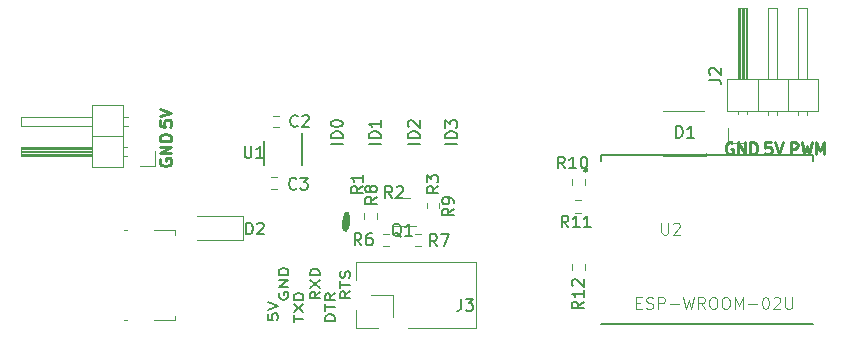
<source format=gbr>
G04 #@! TF.GenerationSoftware,KiCad,Pcbnew,5.0.2-bee76a0~70~ubuntu18.04.1*
G04 #@! TF.CreationDate,2019-02-02T17:17:24+01:00*
G04 #@! TF.ProjectId,roboy_sno,726f626f-795f-4736-9e6f-2e6b69636164,rev?*
G04 #@! TF.SameCoordinates,Original*
G04 #@! TF.FileFunction,Legend,Top*
G04 #@! TF.FilePolarity,Positive*
%FSLAX46Y46*%
G04 Gerber Fmt 4.6, Leading zero omitted, Abs format (unit mm)*
G04 Created by KiCad (PCBNEW 5.0.2-bee76a0~70~ubuntu18.04.1) date Sa 02 Feb 2019 17:17:24 CET*
%MOMM*%
%LPD*%
G01*
G04 APERTURE LIST*
%ADD10C,0.200000*%
%ADD11C,0.250000*%
%ADD12C,0.120000*%
%ADD13C,0.150000*%
%ADD14C,0.127000*%
%ADD15C,0.400000*%
%ADD16C,0.010000*%
%ADD17C,0.050000*%
G04 APERTURE END LIST*
D10*
X99251904Y-136857619D02*
X98870952Y-137190952D01*
X99251904Y-137429047D02*
X98451904Y-137429047D01*
X98451904Y-137048095D01*
X98490000Y-136952857D01*
X98528095Y-136905238D01*
X98604285Y-136857619D01*
X98718571Y-136857619D01*
X98794761Y-136905238D01*
X98832857Y-136952857D01*
X98870952Y-137048095D01*
X98870952Y-137429047D01*
X98451904Y-136571904D02*
X98451904Y-136000476D01*
X99251904Y-136286190D02*
X98451904Y-136286190D01*
X99213809Y-135714761D02*
X99251904Y-135571904D01*
X99251904Y-135333809D01*
X99213809Y-135238571D01*
X99175714Y-135190952D01*
X99099523Y-135143333D01*
X99023333Y-135143333D01*
X98947142Y-135190952D01*
X98909047Y-135238571D01*
X98870952Y-135333809D01*
X98832857Y-135524285D01*
X98794761Y-135619523D01*
X98756666Y-135667142D01*
X98680476Y-135714761D01*
X98604285Y-135714761D01*
X98528095Y-135667142D01*
X98490000Y-135619523D01*
X98451904Y-135524285D01*
X98451904Y-135286190D01*
X98490000Y-135143333D01*
X97971904Y-139372857D02*
X97171904Y-139372857D01*
X97171904Y-139134761D01*
X97210000Y-138991904D01*
X97286190Y-138896666D01*
X97362380Y-138849047D01*
X97514761Y-138801428D01*
X97629047Y-138801428D01*
X97781428Y-138849047D01*
X97857619Y-138896666D01*
X97933809Y-138991904D01*
X97971904Y-139134761D01*
X97971904Y-139372857D01*
X97171904Y-138515714D02*
X97171904Y-137944285D01*
X97971904Y-138230000D02*
X97171904Y-138230000D01*
X97971904Y-137039523D02*
X97590952Y-137372857D01*
X97971904Y-137610952D02*
X97171904Y-137610952D01*
X97171904Y-137230000D01*
X97210000Y-137134761D01*
X97248095Y-137087142D01*
X97324285Y-137039523D01*
X97438571Y-137039523D01*
X97514761Y-137087142D01*
X97552857Y-137134761D01*
X97590952Y-137230000D01*
X97590952Y-137610952D01*
X96691904Y-136896666D02*
X96310952Y-137230000D01*
X96691904Y-137468095D02*
X95891904Y-137468095D01*
X95891904Y-137087142D01*
X95930000Y-136991904D01*
X95968095Y-136944285D01*
X96044285Y-136896666D01*
X96158571Y-136896666D01*
X96234761Y-136944285D01*
X96272857Y-136991904D01*
X96310952Y-137087142D01*
X96310952Y-137468095D01*
X95891904Y-136563333D02*
X96691904Y-135896666D01*
X95891904Y-135896666D02*
X96691904Y-136563333D01*
X96691904Y-135515714D02*
X95891904Y-135515714D01*
X95891904Y-135277619D01*
X95930000Y-135134761D01*
X96006190Y-135039523D01*
X96082380Y-134991904D01*
X96234761Y-134944285D01*
X96349047Y-134944285D01*
X96501428Y-134991904D01*
X96577619Y-135039523D01*
X96653809Y-135134761D01*
X96691904Y-135277619D01*
X96691904Y-135515714D01*
X94521904Y-139451904D02*
X94521904Y-138880476D01*
X95321904Y-139166190D02*
X94521904Y-139166190D01*
X94521904Y-138642380D02*
X95321904Y-137975714D01*
X94521904Y-137975714D02*
X95321904Y-138642380D01*
X95321904Y-137594761D02*
X94521904Y-137594761D01*
X94521904Y-137356666D01*
X94560000Y-137213809D01*
X94636190Y-137118571D01*
X94712380Y-137070952D01*
X94864761Y-137023333D01*
X94979047Y-137023333D01*
X95131428Y-137070952D01*
X95207619Y-137118571D01*
X95283809Y-137213809D01*
X95321904Y-137356666D01*
X95321904Y-137594761D01*
X93260000Y-136991904D02*
X93221904Y-137087142D01*
X93221904Y-137230000D01*
X93260000Y-137372857D01*
X93336190Y-137468095D01*
X93412380Y-137515714D01*
X93564761Y-137563333D01*
X93679047Y-137563333D01*
X93831428Y-137515714D01*
X93907619Y-137468095D01*
X93983809Y-137372857D01*
X94021904Y-137230000D01*
X94021904Y-137134761D01*
X93983809Y-136991904D01*
X93945714Y-136944285D01*
X93679047Y-136944285D01*
X93679047Y-137134761D01*
X94021904Y-136515714D02*
X93221904Y-136515714D01*
X94021904Y-135944285D01*
X93221904Y-135944285D01*
X94021904Y-135468095D02*
X93221904Y-135468095D01*
X93221904Y-135230000D01*
X93260000Y-135087142D01*
X93336190Y-134991904D01*
X93412380Y-134944285D01*
X93564761Y-134896666D01*
X93679047Y-134896666D01*
X93831428Y-134944285D01*
X93907619Y-134991904D01*
X93983809Y-135087142D01*
X94021904Y-135230000D01*
X94021904Y-135468095D01*
X92361904Y-138780476D02*
X92361904Y-139256666D01*
X92742857Y-139304285D01*
X92704761Y-139256666D01*
X92666666Y-139161428D01*
X92666666Y-138923333D01*
X92704761Y-138828095D01*
X92742857Y-138780476D01*
X92819047Y-138732857D01*
X93009523Y-138732857D01*
X93085714Y-138780476D01*
X93123809Y-138828095D01*
X93161904Y-138923333D01*
X93161904Y-139161428D01*
X93123809Y-139256666D01*
X93085714Y-139304285D01*
X92361904Y-138447142D02*
X93161904Y-138113809D01*
X92361904Y-137780476D01*
D11*
X83200000Y-125661904D02*
X83152380Y-125757142D01*
X83152380Y-125900000D01*
X83200000Y-126042857D01*
X83295238Y-126138095D01*
X83390476Y-126185714D01*
X83580952Y-126233333D01*
X83723809Y-126233333D01*
X83914285Y-126185714D01*
X84009523Y-126138095D01*
X84104761Y-126042857D01*
X84152380Y-125900000D01*
X84152380Y-125804761D01*
X84104761Y-125661904D01*
X84057142Y-125614285D01*
X83723809Y-125614285D01*
X83723809Y-125804761D01*
X84152380Y-125185714D02*
X83152380Y-125185714D01*
X84152380Y-124614285D01*
X83152380Y-124614285D01*
X84152380Y-124138095D02*
X83152380Y-124138095D01*
X83152380Y-123900000D01*
X83200000Y-123757142D01*
X83295238Y-123661904D01*
X83390476Y-123614285D01*
X83580952Y-123566666D01*
X83723809Y-123566666D01*
X83914285Y-123614285D01*
X84009523Y-123661904D01*
X84104761Y-123757142D01*
X84152380Y-123900000D01*
X84152380Y-124138095D01*
X83152380Y-122390476D02*
X83152380Y-122866666D01*
X83628571Y-122914285D01*
X83580952Y-122866666D01*
X83533333Y-122771428D01*
X83533333Y-122533333D01*
X83580952Y-122438095D01*
X83628571Y-122390476D01*
X83723809Y-122342857D01*
X83961904Y-122342857D01*
X84057142Y-122390476D01*
X84104761Y-122438095D01*
X84152380Y-122533333D01*
X84152380Y-122771428D01*
X84104761Y-122866666D01*
X84057142Y-122914285D01*
X83152380Y-122057142D02*
X84152380Y-121723809D01*
X83152380Y-121390476D01*
X136595238Y-125252380D02*
X136595238Y-124252380D01*
X136976190Y-124252380D01*
X137071428Y-124300000D01*
X137119047Y-124347619D01*
X137166666Y-124442857D01*
X137166666Y-124585714D01*
X137119047Y-124680952D01*
X137071428Y-124728571D01*
X136976190Y-124776190D01*
X136595238Y-124776190D01*
X137500000Y-124252380D02*
X137738095Y-125252380D01*
X137928571Y-124538095D01*
X138119047Y-125252380D01*
X138357142Y-124252380D01*
X138738095Y-125252380D02*
X138738095Y-124252380D01*
X139071428Y-124966666D01*
X139404761Y-124252380D01*
X139404761Y-125252380D01*
X134909523Y-124252380D02*
X134433333Y-124252380D01*
X134385714Y-124728571D01*
X134433333Y-124680952D01*
X134528571Y-124633333D01*
X134766666Y-124633333D01*
X134861904Y-124680952D01*
X134909523Y-124728571D01*
X134957142Y-124823809D01*
X134957142Y-125061904D01*
X134909523Y-125157142D01*
X134861904Y-125204761D01*
X134766666Y-125252380D01*
X134528571Y-125252380D01*
X134433333Y-125204761D01*
X134385714Y-125157142D01*
X135242857Y-124252380D02*
X135576190Y-125252380D01*
X135909523Y-124252380D01*
X131638095Y-124300000D02*
X131542857Y-124252380D01*
X131400000Y-124252380D01*
X131257142Y-124300000D01*
X131161904Y-124395238D01*
X131114285Y-124490476D01*
X131066666Y-124680952D01*
X131066666Y-124823809D01*
X131114285Y-125014285D01*
X131161904Y-125109523D01*
X131257142Y-125204761D01*
X131400000Y-125252380D01*
X131495238Y-125252380D01*
X131638095Y-125204761D01*
X131685714Y-125157142D01*
X131685714Y-124823809D01*
X131495238Y-124823809D01*
X132114285Y-125252380D02*
X132114285Y-124252380D01*
X132685714Y-125252380D01*
X132685714Y-124252380D01*
X133161904Y-125252380D02*
X133161904Y-124252380D01*
X133400000Y-124252380D01*
X133542857Y-124300000D01*
X133638095Y-124395238D01*
X133685714Y-124490476D01*
X133733333Y-124680952D01*
X133733333Y-124823809D01*
X133685714Y-125014285D01*
X133638095Y-125109523D01*
X133542857Y-125204761D01*
X133400000Y-125252380D01*
X133161904Y-125252380D01*
D12*
G04 #@! TO.C,D1*
X125750000Y-121600000D02*
X129250000Y-121600000D01*
X125750000Y-125400000D02*
X129400000Y-125400000D01*
X129400000Y-125400000D02*
X129400000Y-125150000D01*
D13*
G04 #@! TO.C,U1*
X95244412Y-123422375D02*
X95244412Y-126177375D01*
X91944412Y-124127375D02*
X91944412Y-126177375D01*
D12*
G04 #@! TO.C,C2*
X93244412Y-122052375D02*
X92744412Y-122052375D01*
X92744412Y-122992375D02*
X93244412Y-122992375D01*
G04 #@! TO.C,C3*
X92594412Y-128162375D02*
X93094412Y-128162375D01*
X93094412Y-127222375D02*
X92594412Y-127222375D01*
G04 #@! TO.C,D2*
X90200000Y-132500000D02*
X86350000Y-132500000D01*
X90200000Y-130500000D02*
X86350000Y-130500000D01*
X90200000Y-132500000D02*
X90200000Y-130500000D01*
G04 #@! TO.C,J1*
X80100000Y-131690000D02*
X80360000Y-131690000D01*
X82640000Y-131690000D02*
X84410000Y-131690000D01*
X84410000Y-131690000D02*
X84410000Y-132070000D01*
X84410000Y-139310000D02*
X82640000Y-139310000D01*
X80360000Y-139310000D02*
X80100000Y-139310000D01*
X84410000Y-139310000D02*
X84410000Y-138930000D01*
G04 #@! TO.C,J5*
X82770000Y-126270000D02*
X81500000Y-126270000D01*
X82770000Y-125000000D02*
X82770000Y-126270000D01*
X80457071Y-122080000D02*
X80060000Y-122080000D01*
X80457071Y-122840000D02*
X80060000Y-122840000D01*
X71400000Y-122080000D02*
X77400000Y-122080000D01*
X71400000Y-122840000D02*
X71400000Y-122080000D01*
X77400000Y-122840000D02*
X71400000Y-122840000D01*
X80060000Y-123730000D02*
X77400000Y-123730000D01*
X80390000Y-124620000D02*
X80060000Y-124620000D01*
X80390000Y-125380000D02*
X80060000Y-125380000D01*
X77400000Y-124720000D02*
X71400000Y-124720000D01*
X77400000Y-124840000D02*
X71400000Y-124840000D01*
X77400000Y-124960000D02*
X71400000Y-124960000D01*
X77400000Y-125080000D02*
X71400000Y-125080000D01*
X77400000Y-125200000D02*
X71400000Y-125200000D01*
X77400000Y-125320000D02*
X71400000Y-125320000D01*
X71400000Y-124620000D02*
X77400000Y-124620000D01*
X71400000Y-125380000D02*
X71400000Y-124620000D01*
X77400000Y-125380000D02*
X71400000Y-125380000D01*
X77400000Y-126330000D02*
X80060000Y-126330000D01*
X77400000Y-121130000D02*
X77400000Y-126330000D01*
X80060000Y-121130000D02*
X77400000Y-121130000D01*
X80060000Y-126330000D02*
X80060000Y-121130000D01*
G04 #@! TO.C,Q1*
X104374336Y-128974870D02*
X102974336Y-128974870D01*
X102974336Y-131294870D02*
X104874336Y-131294870D01*
G04 #@! TO.C,R6*
X102050000Y-133030000D02*
X102550000Y-133030000D01*
X102550000Y-131970000D02*
X102050000Y-131970000D01*
G04 #@! TO.C,R7*
X104750000Y-133030000D02*
X105250000Y-133030000D01*
X105250000Y-131970000D02*
X104750000Y-131970000D01*
G04 #@! TO.C,R8*
X100470000Y-130250000D02*
X100470000Y-130750000D01*
X101530000Y-130750000D02*
X101530000Y-130250000D01*
G04 #@! TO.C,R9*
X105770000Y-129350000D02*
X105770000Y-129850000D01*
X106830000Y-129850000D02*
X106830000Y-129350000D01*
G04 #@! TO.C,J2*
X131230000Y-124270000D02*
X131230000Y-123000000D01*
X132500000Y-124270000D02*
X131230000Y-124270000D01*
X137960000Y-121957071D02*
X137960000Y-121560000D01*
X137200000Y-121957071D02*
X137200000Y-121560000D01*
X137960000Y-112900000D02*
X137960000Y-118900000D01*
X137200000Y-112900000D02*
X137960000Y-112900000D01*
X137200000Y-118900000D02*
X137200000Y-112900000D01*
X136310000Y-121560000D02*
X136310000Y-118900000D01*
X135420000Y-121957071D02*
X135420000Y-121560000D01*
X134660000Y-121957071D02*
X134660000Y-121560000D01*
X135420000Y-112900000D02*
X135420000Y-118900000D01*
X134660000Y-112900000D02*
X135420000Y-112900000D01*
X134660000Y-118900000D02*
X134660000Y-112900000D01*
X133770000Y-121560000D02*
X133770000Y-118900000D01*
X132880000Y-121890000D02*
X132880000Y-121560000D01*
X132120000Y-121890000D02*
X132120000Y-121560000D01*
X132780000Y-118900000D02*
X132780000Y-112900000D01*
X132660000Y-118900000D02*
X132660000Y-112900000D01*
X132540000Y-118900000D02*
X132540000Y-112900000D01*
X132420000Y-118900000D02*
X132420000Y-112900000D01*
X132300000Y-118900000D02*
X132300000Y-112900000D01*
X132180000Y-118900000D02*
X132180000Y-112900000D01*
X132880000Y-112900000D02*
X132880000Y-118900000D01*
X132120000Y-112900000D02*
X132880000Y-112900000D01*
X132120000Y-118900000D02*
X132120000Y-112900000D01*
X131170000Y-118900000D02*
X131170000Y-121560000D01*
X138910000Y-118900000D02*
X131170000Y-118900000D01*
X138910000Y-121560000D02*
X138910000Y-118900000D01*
X131170000Y-121560000D02*
X138910000Y-121560000D01*
G04 #@! TO.C,R10*
X119130000Y-127850000D02*
X119130000Y-127350000D01*
X118070000Y-127350000D02*
X118070000Y-127850000D01*
G04 #@! TO.C,R11*
X118850000Y-129170000D02*
X118350000Y-129170000D01*
X118350000Y-130230000D02*
X118850000Y-130230000D01*
G04 #@! TO.C,R12*
X119130000Y-135050000D02*
X119130000Y-134550000D01*
X118070000Y-134550000D02*
X118070000Y-135050000D01*
G04 #@! TO.C,J3*
X104210000Y-139990000D02*
X109895000Y-139990000D01*
X109895000Y-139990000D02*
X109895000Y-134390000D01*
X99795000Y-134390000D02*
X109895000Y-134390000D01*
X99795000Y-135920000D02*
X99795000Y-134390000D01*
X101070000Y-137190000D02*
X102940000Y-137190000D01*
X102940000Y-137190000D02*
X102940000Y-139060000D01*
X101670000Y-139990000D02*
X99795000Y-139990000D01*
X99795000Y-139990000D02*
X99795000Y-138460000D01*
D14*
G04 #@! TO.C,U2*
X120500000Y-139650000D02*
X138500000Y-139650000D01*
X120500000Y-125350000D02*
X120500000Y-125860000D01*
X138500000Y-125350000D02*
X138500000Y-125860000D01*
X120500000Y-125350000D02*
X138500000Y-125350000D01*
D15*
X119250000Y-126600000D02*
G75*
G03X119250000Y-126600000I-50000J0D01*
G01*
D16*
G04 #@! TO.C,G\002A\002A\002A*
G36*
X98978201Y-130129738D02*
X98998348Y-130131965D01*
X99015863Y-130135564D01*
X99031188Y-130141308D01*
X99044766Y-130149971D01*
X99057039Y-130162324D01*
X99068450Y-130179140D01*
X99079440Y-130201193D01*
X99090453Y-130229255D01*
X99101931Y-130264099D01*
X99114316Y-130306498D01*
X99128050Y-130357225D01*
X99143577Y-130417052D01*
X99144299Y-130419867D01*
X99161506Y-130492474D01*
X99175540Y-130564276D01*
X99186689Y-130637443D01*
X99195238Y-130714150D01*
X99201474Y-130796569D01*
X99205609Y-130884760D01*
X99206717Y-130918405D01*
X99207222Y-130944525D01*
X99206933Y-130965749D01*
X99205658Y-130984703D01*
X99203208Y-131004014D01*
X99199391Y-131026309D01*
X99194016Y-131054217D01*
X99192872Y-131060020D01*
X99176391Y-131138711D01*
X99158865Y-131213406D01*
X99140546Y-131283339D01*
X99121687Y-131347741D01*
X99102541Y-131405845D01*
X99083359Y-131456882D01*
X99064394Y-131500085D01*
X99045900Y-131534686D01*
X99028657Y-131559293D01*
X99017953Y-131572749D01*
X99003677Y-131591717D01*
X98987975Y-131613311D01*
X98977487Y-131628152D01*
X98951986Y-131662275D01*
X98928222Y-131689201D01*
X98906922Y-131708184D01*
X98889823Y-131718106D01*
X98877848Y-131720698D01*
X98860149Y-131722358D01*
X98845639Y-131722712D01*
X98829049Y-131721866D01*
X98813769Y-131719024D01*
X98796746Y-131713303D01*
X98774929Y-131703818D01*
X98765960Y-131699618D01*
X98743192Y-131687894D01*
X98721706Y-131675181D01*
X98704652Y-131663418D01*
X98698199Y-131657955D01*
X98675298Y-131629710D01*
X98655228Y-131591883D01*
X98637972Y-131544420D01*
X98623507Y-131487269D01*
X98614959Y-131441020D01*
X98612442Y-131423764D01*
X98610422Y-131405587D01*
X98608848Y-131385174D01*
X98607672Y-131361208D01*
X98606843Y-131332375D01*
X98606312Y-131297359D01*
X98606029Y-131254844D01*
X98605945Y-131203516D01*
X98605945Y-131202260D01*
X98606068Y-131145778D01*
X98606514Y-131097431D01*
X98607403Y-131055192D01*
X98608857Y-131017037D01*
X98610997Y-130980942D01*
X98613942Y-130944882D01*
X98617814Y-130906833D01*
X98622734Y-130864769D01*
X98628823Y-130816667D01*
X98629068Y-130814778D01*
X98638126Y-130757754D01*
X98650976Y-130695299D01*
X98667031Y-130629301D01*
X98685706Y-130561648D01*
X98706413Y-130494227D01*
X98728565Y-130428927D01*
X98751577Y-130367635D01*
X98774862Y-130312239D01*
X98797832Y-130264626D01*
X98803030Y-130254937D01*
X98830897Y-130210835D01*
X98861983Y-130173517D01*
X98862588Y-130172896D01*
X98885380Y-130151619D01*
X98906068Y-130137902D01*
X98927763Y-130130583D01*
X98953575Y-130128502D01*
X98978201Y-130129738D01*
X98978201Y-130129738D01*
G37*
X98978201Y-130129738D02*
X98998348Y-130131965D01*
X99015863Y-130135564D01*
X99031188Y-130141308D01*
X99044766Y-130149971D01*
X99057039Y-130162324D01*
X99068450Y-130179140D01*
X99079440Y-130201193D01*
X99090453Y-130229255D01*
X99101931Y-130264099D01*
X99114316Y-130306498D01*
X99128050Y-130357225D01*
X99143577Y-130417052D01*
X99144299Y-130419867D01*
X99161506Y-130492474D01*
X99175540Y-130564276D01*
X99186689Y-130637443D01*
X99195238Y-130714150D01*
X99201474Y-130796569D01*
X99205609Y-130884760D01*
X99206717Y-130918405D01*
X99207222Y-130944525D01*
X99206933Y-130965749D01*
X99205658Y-130984703D01*
X99203208Y-131004014D01*
X99199391Y-131026309D01*
X99194016Y-131054217D01*
X99192872Y-131060020D01*
X99176391Y-131138711D01*
X99158865Y-131213406D01*
X99140546Y-131283339D01*
X99121687Y-131347741D01*
X99102541Y-131405845D01*
X99083359Y-131456882D01*
X99064394Y-131500085D01*
X99045900Y-131534686D01*
X99028657Y-131559293D01*
X99017953Y-131572749D01*
X99003677Y-131591717D01*
X98987975Y-131613311D01*
X98977487Y-131628152D01*
X98951986Y-131662275D01*
X98928222Y-131689201D01*
X98906922Y-131708184D01*
X98889823Y-131718106D01*
X98877848Y-131720698D01*
X98860149Y-131722358D01*
X98845639Y-131722712D01*
X98829049Y-131721866D01*
X98813769Y-131719024D01*
X98796746Y-131713303D01*
X98774929Y-131703818D01*
X98765960Y-131699618D01*
X98743192Y-131687894D01*
X98721706Y-131675181D01*
X98704652Y-131663418D01*
X98698199Y-131657955D01*
X98675298Y-131629710D01*
X98655228Y-131591883D01*
X98637972Y-131544420D01*
X98623507Y-131487269D01*
X98614959Y-131441020D01*
X98612442Y-131423764D01*
X98610422Y-131405587D01*
X98608848Y-131385174D01*
X98607672Y-131361208D01*
X98606843Y-131332375D01*
X98606312Y-131297359D01*
X98606029Y-131254844D01*
X98605945Y-131203516D01*
X98605945Y-131202260D01*
X98606068Y-131145778D01*
X98606514Y-131097431D01*
X98607403Y-131055192D01*
X98608857Y-131017037D01*
X98610997Y-130980942D01*
X98613942Y-130944882D01*
X98617814Y-130906833D01*
X98622734Y-130864769D01*
X98628823Y-130816667D01*
X98629068Y-130814778D01*
X98638126Y-130757754D01*
X98650976Y-130695299D01*
X98667031Y-130629301D01*
X98685706Y-130561648D01*
X98706413Y-130494227D01*
X98728565Y-130428927D01*
X98751577Y-130367635D01*
X98774862Y-130312239D01*
X98797832Y-130264626D01*
X98803030Y-130254937D01*
X98830897Y-130210835D01*
X98861983Y-130173517D01*
X98862588Y-130172896D01*
X98885380Y-130151619D01*
X98906068Y-130137902D01*
X98927763Y-130130583D01*
X98953575Y-130128502D01*
X98978201Y-130129738D01*
G04 #@! TO.C,D1*
D13*
X126861904Y-123852380D02*
X126861904Y-122852380D01*
X127100000Y-122852380D01*
X127242857Y-122900000D01*
X127338095Y-122995238D01*
X127385714Y-123090476D01*
X127433333Y-123280952D01*
X127433333Y-123423809D01*
X127385714Y-123614285D01*
X127338095Y-123709523D01*
X127242857Y-123804761D01*
X127100000Y-123852380D01*
X126861904Y-123852380D01*
X128385714Y-123852380D02*
X127814285Y-123852380D01*
X128100000Y-123852380D02*
X128100000Y-122852380D01*
X128004761Y-122995238D01*
X127909523Y-123090476D01*
X127814285Y-123138095D01*
G04 #@! TO.C,U1*
X90338095Y-124552380D02*
X90338095Y-125361904D01*
X90385714Y-125457142D01*
X90433333Y-125504761D01*
X90528571Y-125552380D01*
X90719047Y-125552380D01*
X90814285Y-125504761D01*
X90861904Y-125457142D01*
X90909523Y-125361904D01*
X90909523Y-124552380D01*
X91909523Y-125552380D02*
X91338095Y-125552380D01*
X91623809Y-125552380D02*
X91623809Y-124552380D01*
X91528571Y-124695238D01*
X91433333Y-124790476D01*
X91338095Y-124838095D01*
G04 #@! TO.C,C2*
X94833333Y-122857142D02*
X94785714Y-122904761D01*
X94642857Y-122952380D01*
X94547619Y-122952380D01*
X94404761Y-122904761D01*
X94309523Y-122809523D01*
X94261904Y-122714285D01*
X94214285Y-122523809D01*
X94214285Y-122380952D01*
X94261904Y-122190476D01*
X94309523Y-122095238D01*
X94404761Y-122000000D01*
X94547619Y-121952380D01*
X94642857Y-121952380D01*
X94785714Y-122000000D01*
X94833333Y-122047619D01*
X95214285Y-122047619D02*
X95261904Y-122000000D01*
X95357142Y-121952380D01*
X95595238Y-121952380D01*
X95690476Y-122000000D01*
X95738095Y-122047619D01*
X95785714Y-122142857D01*
X95785714Y-122238095D01*
X95738095Y-122380952D01*
X95166666Y-122952380D01*
X95785714Y-122952380D01*
G04 #@! TO.C,C3*
X94733333Y-128157142D02*
X94685714Y-128204761D01*
X94542857Y-128252380D01*
X94447619Y-128252380D01*
X94304761Y-128204761D01*
X94209523Y-128109523D01*
X94161904Y-128014285D01*
X94114285Y-127823809D01*
X94114285Y-127680952D01*
X94161904Y-127490476D01*
X94209523Y-127395238D01*
X94304761Y-127300000D01*
X94447619Y-127252380D01*
X94542857Y-127252380D01*
X94685714Y-127300000D01*
X94733333Y-127347619D01*
X95066666Y-127252380D02*
X95685714Y-127252380D01*
X95352380Y-127633333D01*
X95495238Y-127633333D01*
X95590476Y-127680952D01*
X95638095Y-127728571D01*
X95685714Y-127823809D01*
X95685714Y-128061904D01*
X95638095Y-128157142D01*
X95590476Y-128204761D01*
X95495238Y-128252380D01*
X95209523Y-128252380D01*
X95114285Y-128204761D01*
X95066666Y-128157142D01*
G04 #@! TO.C,D2*
X90461904Y-132052380D02*
X90461904Y-131052380D01*
X90700000Y-131052380D01*
X90842857Y-131100000D01*
X90938095Y-131195238D01*
X90985714Y-131290476D01*
X91033333Y-131480952D01*
X91033333Y-131623809D01*
X90985714Y-131814285D01*
X90938095Y-131909523D01*
X90842857Y-132004761D01*
X90700000Y-132052380D01*
X90461904Y-132052380D01*
X91414285Y-131147619D02*
X91461904Y-131100000D01*
X91557142Y-131052380D01*
X91795238Y-131052380D01*
X91890476Y-131100000D01*
X91938095Y-131147619D01*
X91985714Y-131242857D01*
X91985714Y-131338095D01*
X91938095Y-131480952D01*
X91366666Y-132052380D01*
X91985714Y-132052380D01*
G04 #@! TO.C,Q1*
X103604761Y-132247619D02*
X103509523Y-132200000D01*
X103414285Y-132104761D01*
X103271428Y-131961904D01*
X103176190Y-131914285D01*
X103080952Y-131914285D01*
X103128571Y-132152380D02*
X103033333Y-132104761D01*
X102938095Y-132009523D01*
X102890476Y-131819047D01*
X102890476Y-131485714D01*
X102938095Y-131295238D01*
X103033333Y-131200000D01*
X103128571Y-131152380D01*
X103319047Y-131152380D01*
X103414285Y-131200000D01*
X103509523Y-131295238D01*
X103557142Y-131485714D01*
X103557142Y-131819047D01*
X103509523Y-132009523D01*
X103414285Y-132104761D01*
X103319047Y-132152380D01*
X103128571Y-132152380D01*
X104509523Y-132152380D02*
X103938095Y-132152380D01*
X104223809Y-132152380D02*
X104223809Y-131152380D01*
X104128571Y-131295238D01*
X104033333Y-131390476D01*
X103938095Y-131438095D01*
G04 #@! TO.C,R6*
X100233333Y-132952380D02*
X99900000Y-132476190D01*
X99661904Y-132952380D02*
X99661904Y-131952380D01*
X100042857Y-131952380D01*
X100138095Y-132000000D01*
X100185714Y-132047619D01*
X100233333Y-132142857D01*
X100233333Y-132285714D01*
X100185714Y-132380952D01*
X100138095Y-132428571D01*
X100042857Y-132476190D01*
X99661904Y-132476190D01*
X101090476Y-131952380D02*
X100900000Y-131952380D01*
X100804761Y-132000000D01*
X100757142Y-132047619D01*
X100661904Y-132190476D01*
X100614285Y-132380952D01*
X100614285Y-132761904D01*
X100661904Y-132857142D01*
X100709523Y-132904761D01*
X100804761Y-132952380D01*
X100995238Y-132952380D01*
X101090476Y-132904761D01*
X101138095Y-132857142D01*
X101185714Y-132761904D01*
X101185714Y-132523809D01*
X101138095Y-132428571D01*
X101090476Y-132380952D01*
X100995238Y-132333333D01*
X100804761Y-132333333D01*
X100709523Y-132380952D01*
X100661904Y-132428571D01*
X100614285Y-132523809D01*
G04 #@! TO.C,R7*
X106633333Y-133052380D02*
X106300000Y-132576190D01*
X106061904Y-133052380D02*
X106061904Y-132052380D01*
X106442857Y-132052380D01*
X106538095Y-132100000D01*
X106585714Y-132147619D01*
X106633333Y-132242857D01*
X106633333Y-132385714D01*
X106585714Y-132480952D01*
X106538095Y-132528571D01*
X106442857Y-132576190D01*
X106061904Y-132576190D01*
X106966666Y-132052380D02*
X107633333Y-132052380D01*
X107204761Y-133052380D01*
G04 #@! TO.C,R8*
X101552380Y-128866666D02*
X101076190Y-129200000D01*
X101552380Y-129438095D02*
X100552380Y-129438095D01*
X100552380Y-129057142D01*
X100600000Y-128961904D01*
X100647619Y-128914285D01*
X100742857Y-128866666D01*
X100885714Y-128866666D01*
X100980952Y-128914285D01*
X101028571Y-128961904D01*
X101076190Y-129057142D01*
X101076190Y-129438095D01*
X100980952Y-128295238D02*
X100933333Y-128390476D01*
X100885714Y-128438095D01*
X100790476Y-128485714D01*
X100742857Y-128485714D01*
X100647619Y-128438095D01*
X100600000Y-128390476D01*
X100552380Y-128295238D01*
X100552380Y-128104761D01*
X100600000Y-128009523D01*
X100647619Y-127961904D01*
X100742857Y-127914285D01*
X100790476Y-127914285D01*
X100885714Y-127961904D01*
X100933333Y-128009523D01*
X100980952Y-128104761D01*
X100980952Y-128295238D01*
X101028571Y-128390476D01*
X101076190Y-128438095D01*
X101171428Y-128485714D01*
X101361904Y-128485714D01*
X101457142Y-128438095D01*
X101504761Y-128390476D01*
X101552380Y-128295238D01*
X101552380Y-128104761D01*
X101504761Y-128009523D01*
X101457142Y-127961904D01*
X101361904Y-127914285D01*
X101171428Y-127914285D01*
X101076190Y-127961904D01*
X101028571Y-128009523D01*
X100980952Y-128104761D01*
G04 #@! TO.C,R9*
X108052380Y-129866666D02*
X107576190Y-130200000D01*
X108052380Y-130438095D02*
X107052380Y-130438095D01*
X107052380Y-130057142D01*
X107100000Y-129961904D01*
X107147619Y-129914285D01*
X107242857Y-129866666D01*
X107385714Y-129866666D01*
X107480952Y-129914285D01*
X107528571Y-129961904D01*
X107576190Y-130057142D01*
X107576190Y-130438095D01*
X108052380Y-129390476D02*
X108052380Y-129200000D01*
X108004761Y-129104761D01*
X107957142Y-129057142D01*
X107814285Y-128961904D01*
X107623809Y-128914285D01*
X107242857Y-128914285D01*
X107147619Y-128961904D01*
X107100000Y-129009523D01*
X107052380Y-129104761D01*
X107052380Y-129295238D01*
X107100000Y-129390476D01*
X107147619Y-129438095D01*
X107242857Y-129485714D01*
X107480952Y-129485714D01*
X107576190Y-129438095D01*
X107623809Y-129390476D01*
X107671428Y-129295238D01*
X107671428Y-129104761D01*
X107623809Y-129009523D01*
X107576190Y-128961904D01*
X107480952Y-128914285D01*
G04 #@! TO.C,J2*
X129682380Y-118948333D02*
X130396666Y-118948333D01*
X130539523Y-118995952D01*
X130634761Y-119091190D01*
X130682380Y-119234047D01*
X130682380Y-119329285D01*
X129777619Y-118519761D02*
X129730000Y-118472142D01*
X129682380Y-118376904D01*
X129682380Y-118138809D01*
X129730000Y-118043571D01*
X129777619Y-117995952D01*
X129872857Y-117948333D01*
X129968095Y-117948333D01*
X130110952Y-117995952D01*
X130682380Y-118567380D01*
X130682380Y-117948333D01*
G04 #@! TO.C,R10*
X117457142Y-126452380D02*
X117123809Y-125976190D01*
X116885714Y-126452380D02*
X116885714Y-125452380D01*
X117266666Y-125452380D01*
X117361904Y-125500000D01*
X117409523Y-125547619D01*
X117457142Y-125642857D01*
X117457142Y-125785714D01*
X117409523Y-125880952D01*
X117361904Y-125928571D01*
X117266666Y-125976190D01*
X116885714Y-125976190D01*
X118409523Y-126452380D02*
X117838095Y-126452380D01*
X118123809Y-126452380D02*
X118123809Y-125452380D01*
X118028571Y-125595238D01*
X117933333Y-125690476D01*
X117838095Y-125738095D01*
X119028571Y-125452380D02*
X119123809Y-125452380D01*
X119219047Y-125500000D01*
X119266666Y-125547619D01*
X119314285Y-125642857D01*
X119361904Y-125833333D01*
X119361904Y-126071428D01*
X119314285Y-126261904D01*
X119266666Y-126357142D01*
X119219047Y-126404761D01*
X119123809Y-126452380D01*
X119028571Y-126452380D01*
X118933333Y-126404761D01*
X118885714Y-126357142D01*
X118838095Y-126261904D01*
X118790476Y-126071428D01*
X118790476Y-125833333D01*
X118838095Y-125642857D01*
X118885714Y-125547619D01*
X118933333Y-125500000D01*
X119028571Y-125452380D01*
G04 #@! TO.C,R11*
X117757142Y-131452380D02*
X117423809Y-130976190D01*
X117185714Y-131452380D02*
X117185714Y-130452380D01*
X117566666Y-130452380D01*
X117661904Y-130500000D01*
X117709523Y-130547619D01*
X117757142Y-130642857D01*
X117757142Y-130785714D01*
X117709523Y-130880952D01*
X117661904Y-130928571D01*
X117566666Y-130976190D01*
X117185714Y-130976190D01*
X118709523Y-131452380D02*
X118138095Y-131452380D01*
X118423809Y-131452380D02*
X118423809Y-130452380D01*
X118328571Y-130595238D01*
X118233333Y-130690476D01*
X118138095Y-130738095D01*
X119661904Y-131452380D02*
X119090476Y-131452380D01*
X119376190Y-131452380D02*
X119376190Y-130452380D01*
X119280952Y-130595238D01*
X119185714Y-130690476D01*
X119090476Y-130738095D01*
G04 #@! TO.C,R12*
X119052380Y-137742857D02*
X118576190Y-138076190D01*
X119052380Y-138314285D02*
X118052380Y-138314285D01*
X118052380Y-137933333D01*
X118100000Y-137838095D01*
X118147619Y-137790476D01*
X118242857Y-137742857D01*
X118385714Y-137742857D01*
X118480952Y-137790476D01*
X118528571Y-137838095D01*
X118576190Y-137933333D01*
X118576190Y-138314285D01*
X119052380Y-136790476D02*
X119052380Y-137361904D01*
X119052380Y-137076190D02*
X118052380Y-137076190D01*
X118195238Y-137171428D01*
X118290476Y-137266666D01*
X118338095Y-137361904D01*
X118147619Y-136409523D02*
X118100000Y-136361904D01*
X118052380Y-136266666D01*
X118052380Y-136028571D01*
X118100000Y-135933333D01*
X118147619Y-135885714D01*
X118242857Y-135838095D01*
X118338095Y-135838095D01*
X118480952Y-135885714D01*
X119052380Y-136457142D01*
X119052380Y-135838095D01*
G04 #@! TO.C,J3*
X108676666Y-137512380D02*
X108676666Y-138226666D01*
X108629047Y-138369523D01*
X108533809Y-138464761D01*
X108390952Y-138512380D01*
X108295714Y-138512380D01*
X109057619Y-137512380D02*
X109676666Y-137512380D01*
X109343333Y-137893333D01*
X109486190Y-137893333D01*
X109581428Y-137940952D01*
X109629047Y-137988571D01*
X109676666Y-138083809D01*
X109676666Y-138321904D01*
X109629047Y-138417142D01*
X109581428Y-138464761D01*
X109486190Y-138512380D01*
X109200476Y-138512380D01*
X109105238Y-138464761D01*
X109057619Y-138417142D01*
G04 #@! TO.C,U2*
D17*
X125637531Y-131051975D02*
X125637531Y-131862098D01*
X125685185Y-131957407D01*
X125732840Y-132005061D01*
X125828148Y-132052715D01*
X126018765Y-132052715D01*
X126114074Y-132005061D01*
X126161728Y-131957407D01*
X126209382Y-131862098D01*
X126209382Y-131051975D01*
X126638271Y-131147284D02*
X126685925Y-131099630D01*
X126781234Y-131051975D01*
X127019505Y-131051975D01*
X127114814Y-131099630D01*
X127162468Y-131147284D01*
X127210122Y-131242592D01*
X127210122Y-131337901D01*
X127162468Y-131480864D01*
X126590617Y-132052715D01*
X127210122Y-132052715D01*
X123500211Y-137828522D02*
X123833774Y-137828522D01*
X123976730Y-138352693D02*
X123500211Y-138352693D01*
X123500211Y-137352003D01*
X123976730Y-137352003D01*
X124357945Y-138305041D02*
X124500901Y-138352693D01*
X124739160Y-138352693D01*
X124834464Y-138305041D01*
X124882116Y-138257389D01*
X124929768Y-138162085D01*
X124929768Y-138066781D01*
X124882116Y-137971477D01*
X124834464Y-137923825D01*
X124739160Y-137876174D01*
X124548553Y-137828522D01*
X124453249Y-137780870D01*
X124405597Y-137733218D01*
X124357945Y-137637914D01*
X124357945Y-137542610D01*
X124405597Y-137447306D01*
X124453249Y-137399655D01*
X124548553Y-137352003D01*
X124786812Y-137352003D01*
X124929768Y-137399655D01*
X125358635Y-138352693D02*
X125358635Y-137352003D01*
X125739850Y-137352003D01*
X125835154Y-137399655D01*
X125882806Y-137447306D01*
X125930458Y-137542610D01*
X125930458Y-137685566D01*
X125882806Y-137780870D01*
X125835154Y-137828522D01*
X125739850Y-137876174D01*
X125358635Y-137876174D01*
X126359325Y-137971477D02*
X127121755Y-137971477D01*
X127502971Y-137352003D02*
X127741230Y-138352693D01*
X127931838Y-137637914D01*
X128122445Y-138352693D01*
X128360705Y-137352003D01*
X129313743Y-138352693D02*
X128980180Y-137876174D01*
X128741920Y-138352693D02*
X128741920Y-137352003D01*
X129123135Y-137352003D01*
X129218439Y-137399655D01*
X129266091Y-137447306D01*
X129313743Y-137542610D01*
X129313743Y-137685566D01*
X129266091Y-137780870D01*
X129218439Y-137828522D01*
X129123135Y-137876174D01*
X128741920Y-137876174D01*
X129933218Y-137352003D02*
X130123825Y-137352003D01*
X130219129Y-137399655D01*
X130314433Y-137494958D01*
X130362085Y-137685566D01*
X130362085Y-138019129D01*
X130314433Y-138209737D01*
X130219129Y-138305041D01*
X130123825Y-138352693D01*
X129933218Y-138352693D01*
X129837914Y-138305041D01*
X129742610Y-138209737D01*
X129694958Y-138019129D01*
X129694958Y-137685566D01*
X129742610Y-137494958D01*
X129837914Y-137399655D01*
X129933218Y-137352003D01*
X130981560Y-137352003D02*
X131172167Y-137352003D01*
X131267471Y-137399655D01*
X131362775Y-137494958D01*
X131410427Y-137685566D01*
X131410427Y-138019129D01*
X131362775Y-138209737D01*
X131267471Y-138305041D01*
X131172167Y-138352693D01*
X130981560Y-138352693D01*
X130886256Y-138305041D01*
X130790952Y-138209737D01*
X130743300Y-138019129D01*
X130743300Y-137685566D01*
X130790952Y-137494958D01*
X130886256Y-137399655D01*
X130981560Y-137352003D01*
X131839294Y-138352693D02*
X131839294Y-137352003D01*
X132172857Y-138066781D01*
X132506421Y-137352003D01*
X132506421Y-138352693D01*
X132982940Y-137971477D02*
X133745370Y-137971477D01*
X134412497Y-137352003D02*
X134507801Y-137352003D01*
X134603105Y-137399655D01*
X134650756Y-137447306D01*
X134698408Y-137542610D01*
X134746060Y-137733218D01*
X134746060Y-137971477D01*
X134698408Y-138162085D01*
X134650756Y-138257389D01*
X134603105Y-138305041D01*
X134507801Y-138352693D01*
X134412497Y-138352693D01*
X134317193Y-138305041D01*
X134269541Y-138257389D01*
X134221889Y-138162085D01*
X134174237Y-137971477D01*
X134174237Y-137733218D01*
X134221889Y-137542610D01*
X134269541Y-137447306D01*
X134317193Y-137399655D01*
X134412497Y-137352003D01*
X135127275Y-137447306D02*
X135174927Y-137399655D01*
X135270231Y-137352003D01*
X135508491Y-137352003D01*
X135603795Y-137399655D01*
X135651446Y-137447306D01*
X135699098Y-137542610D01*
X135699098Y-137637914D01*
X135651446Y-137780870D01*
X135079624Y-138352693D01*
X135699098Y-138352693D01*
X136127965Y-137352003D02*
X136127965Y-138162085D01*
X136175617Y-138257389D01*
X136223269Y-138305041D01*
X136318573Y-138352693D01*
X136509181Y-138352693D01*
X136604485Y-138305041D01*
X136652136Y-138257389D01*
X136699788Y-138162085D01*
X136699788Y-137352003D01*
G04 #@! TO.C,ID0*
D13*
X98652380Y-124376190D02*
X97652380Y-124376190D01*
X98652380Y-123900000D02*
X97652380Y-123900000D01*
X97652380Y-123661904D01*
X97700000Y-123519047D01*
X97795238Y-123423809D01*
X97890476Y-123376190D01*
X98080952Y-123328571D01*
X98223809Y-123328571D01*
X98414285Y-123376190D01*
X98509523Y-123423809D01*
X98604761Y-123519047D01*
X98652380Y-123661904D01*
X98652380Y-123900000D01*
X97652380Y-122709523D02*
X97652380Y-122614285D01*
X97700000Y-122519047D01*
X97747619Y-122471428D01*
X97842857Y-122423809D01*
X98033333Y-122376190D01*
X98271428Y-122376190D01*
X98461904Y-122423809D01*
X98557142Y-122471428D01*
X98604761Y-122519047D01*
X98652380Y-122614285D01*
X98652380Y-122709523D01*
X98604761Y-122804761D01*
X98557142Y-122852380D01*
X98461904Y-122900000D01*
X98271428Y-122947619D01*
X98033333Y-122947619D01*
X97842857Y-122900000D01*
X97747619Y-122852380D01*
X97700000Y-122804761D01*
X97652380Y-122709523D01*
G04 #@! TO.C,ID1*
X101852380Y-124376190D02*
X100852380Y-124376190D01*
X101852380Y-123900000D02*
X100852380Y-123900000D01*
X100852380Y-123661904D01*
X100900000Y-123519047D01*
X100995238Y-123423809D01*
X101090476Y-123376190D01*
X101280952Y-123328571D01*
X101423809Y-123328571D01*
X101614285Y-123376190D01*
X101709523Y-123423809D01*
X101804761Y-123519047D01*
X101852380Y-123661904D01*
X101852380Y-123900000D01*
X101852380Y-122376190D02*
X101852380Y-122947619D01*
X101852380Y-122661904D02*
X100852380Y-122661904D01*
X100995238Y-122757142D01*
X101090476Y-122852380D01*
X101138095Y-122947619D01*
G04 #@! TO.C,ID2*
X105152380Y-124376190D02*
X104152380Y-124376190D01*
X105152380Y-123900000D02*
X104152380Y-123900000D01*
X104152380Y-123661904D01*
X104200000Y-123519047D01*
X104295238Y-123423809D01*
X104390476Y-123376190D01*
X104580952Y-123328571D01*
X104723809Y-123328571D01*
X104914285Y-123376190D01*
X105009523Y-123423809D01*
X105104761Y-123519047D01*
X105152380Y-123661904D01*
X105152380Y-123900000D01*
X104247619Y-122947619D02*
X104200000Y-122900000D01*
X104152380Y-122804761D01*
X104152380Y-122566666D01*
X104200000Y-122471428D01*
X104247619Y-122423809D01*
X104342857Y-122376190D01*
X104438095Y-122376190D01*
X104580952Y-122423809D01*
X105152380Y-122995238D01*
X105152380Y-122376190D01*
G04 #@! TO.C,R1*
X100352380Y-127966666D02*
X99876190Y-128300000D01*
X100352380Y-128538095D02*
X99352380Y-128538095D01*
X99352380Y-128157142D01*
X99400000Y-128061904D01*
X99447619Y-128014285D01*
X99542857Y-127966666D01*
X99685714Y-127966666D01*
X99780952Y-128014285D01*
X99828571Y-128061904D01*
X99876190Y-128157142D01*
X99876190Y-128538095D01*
X100352380Y-127014285D02*
X100352380Y-127585714D01*
X100352380Y-127300000D02*
X99352380Y-127300000D01*
X99495238Y-127395238D01*
X99590476Y-127490476D01*
X99638095Y-127585714D01*
G04 #@! TO.C,R2*
X102833333Y-128952380D02*
X102500000Y-128476190D01*
X102261904Y-128952380D02*
X102261904Y-127952380D01*
X102642857Y-127952380D01*
X102738095Y-128000000D01*
X102785714Y-128047619D01*
X102833333Y-128142857D01*
X102833333Y-128285714D01*
X102785714Y-128380952D01*
X102738095Y-128428571D01*
X102642857Y-128476190D01*
X102261904Y-128476190D01*
X103214285Y-128047619D02*
X103261904Y-128000000D01*
X103357142Y-127952380D01*
X103595238Y-127952380D01*
X103690476Y-128000000D01*
X103738095Y-128047619D01*
X103785714Y-128142857D01*
X103785714Y-128238095D01*
X103738095Y-128380952D01*
X103166666Y-128952380D01*
X103785714Y-128952380D01*
G04 #@! TO.C,R3*
X106752380Y-127966666D02*
X106276190Y-128300000D01*
X106752380Y-128538095D02*
X105752380Y-128538095D01*
X105752380Y-128157142D01*
X105800000Y-128061904D01*
X105847619Y-128014285D01*
X105942857Y-127966666D01*
X106085714Y-127966666D01*
X106180952Y-128014285D01*
X106228571Y-128061904D01*
X106276190Y-128157142D01*
X106276190Y-128538095D01*
X105752380Y-127633333D02*
X105752380Y-127014285D01*
X106133333Y-127347619D01*
X106133333Y-127204761D01*
X106180952Y-127109523D01*
X106228571Y-127061904D01*
X106323809Y-127014285D01*
X106561904Y-127014285D01*
X106657142Y-127061904D01*
X106704761Y-127109523D01*
X106752380Y-127204761D01*
X106752380Y-127490476D01*
X106704761Y-127585714D01*
X106657142Y-127633333D01*
G04 #@! TO.C,ID3*
X108352380Y-124376190D02*
X107352380Y-124376190D01*
X108352380Y-123900000D02*
X107352380Y-123900000D01*
X107352380Y-123661904D01*
X107400000Y-123519047D01*
X107495238Y-123423809D01*
X107590476Y-123376190D01*
X107780952Y-123328571D01*
X107923809Y-123328571D01*
X108114285Y-123376190D01*
X108209523Y-123423809D01*
X108304761Y-123519047D01*
X108352380Y-123661904D01*
X108352380Y-123900000D01*
X107352380Y-122995238D02*
X107352380Y-122376190D01*
X107733333Y-122709523D01*
X107733333Y-122566666D01*
X107780952Y-122471428D01*
X107828571Y-122423809D01*
X107923809Y-122376190D01*
X108161904Y-122376190D01*
X108257142Y-122423809D01*
X108304761Y-122471428D01*
X108352380Y-122566666D01*
X108352380Y-122852380D01*
X108304761Y-122947619D01*
X108257142Y-122995238D01*
G04 #@! TD*
M02*

</source>
